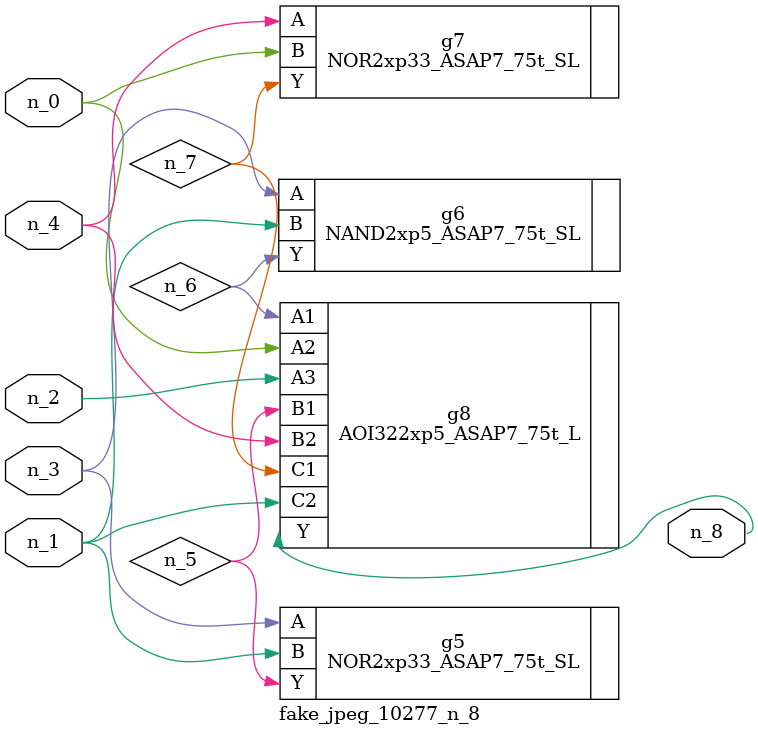
<source format=v>
module fake_jpeg_10277_n_8 (n_3, n_2, n_1, n_0, n_4, n_8);

input n_3;
input n_2;
input n_1;
input n_0;
input n_4;

output n_8;

wire n_6;
wire n_5;
wire n_7;

NOR2xp33_ASAP7_75t_SL g5 ( 
.A(n_3),
.B(n_1),
.Y(n_5)
);

NAND2xp5_ASAP7_75t_SL g6 ( 
.A(n_3),
.B(n_1),
.Y(n_6)
);

NOR2xp33_ASAP7_75t_SL g7 ( 
.A(n_4),
.B(n_0),
.Y(n_7)
);

AOI322xp5_ASAP7_75t_L g8 ( 
.A1(n_6),
.A2(n_0),
.A3(n_2),
.B1(n_5),
.B2(n_4),
.C1(n_7),
.C2(n_1),
.Y(n_8)
);


endmodule
</source>
